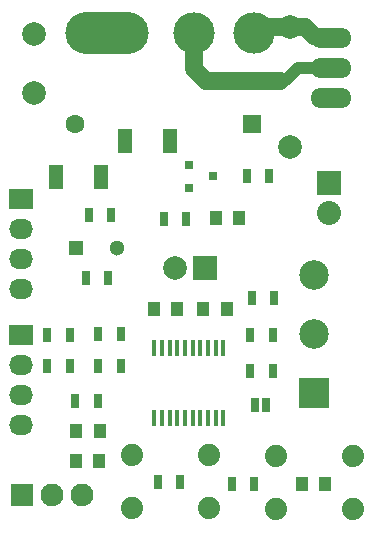
<source format=gbs>
G04 #@! TF.FileFunction,Soldermask,Bot*
%FSLAX46Y46*%
G04 Gerber Fmt 4.6, Leading zero omitted, Abs format (unit mm)*
G04 Created by KiCad (PCBNEW 4.0.2+e4-6225~38~ubuntu16.04.1-stable) date Tue 21 Jun 2016 12:08:32 PM HKT*
%MOMM*%
G01*
G04 APERTURE LIST*
%ADD10C,0.100000*%
%ADD11C,1.500000*%
%ADD12C,1.000000*%
%ADD13C,3.500120*%
%ADD14C,1.879600*%
%ADD15R,1.000000X1.250000*%
%ADD16R,1.600000X1.600000*%
%ADD17C,1.600000*%
%ADD18C,1.300000*%
%ADD19R,1.300000X1.300000*%
%ADD20R,2.000000X2.000000*%
%ADD21C,2.000000*%
%ADD22R,1.250000X2.000000*%
%ADD23R,0.450000X1.450000*%
%ADD24R,2.032000X1.727200*%
%ADD25O,2.032000X1.727200*%
%ADD26R,0.635000X1.270000*%
%ADD27R,1.930400X1.930400*%
%ADD28C,1.930400*%
%ADD29R,0.800100X0.800100*%
%ADD30R,0.700000X1.300000*%
%ADD31C,1.998980*%
%ADD32C,2.500000*%
%ADD33R,2.500000X2.500000*%
%ADD34O,3.500120X1.699260*%
%ADD35R,2.032000X2.032000*%
%ADD36O,2.032000X2.032000*%
G04 APERTURE END LIST*
D10*
D11*
X26416000Y41910000D02*
X26670000Y41656000D01*
X25908000Y42418000D02*
X26416000Y41910000D01*
X24638000Y42418000D02*
X25908000Y42418000D01*
D12*
X24257000Y37973000D02*
X23495000Y37973000D01*
X25273000Y38989000D02*
X24257000Y37973000D01*
X28067000Y38989000D02*
X25273000Y38989000D01*
D11*
X10922000Y41910000D02*
X7493000Y41910000D01*
X10922000Y40894000D02*
X7366000Y40894000D01*
X10922000Y42926000D02*
X7366000Y42926000D01*
X24638000Y42418000D02*
X22860000Y42418000D01*
X17526000Y37846000D02*
X23749000Y37846000D01*
X16510000Y38862000D02*
X17526000Y37846000D01*
X16510000Y41910000D02*
X16510000Y38862000D01*
D13*
X10922000Y41910000D03*
D14*
X23418800Y6134600D03*
X29921200Y6134600D03*
X23418800Y1613400D03*
X29921200Y1613400D03*
X11226800Y6197600D03*
X17729200Y6197600D03*
X11226800Y1676400D03*
X17729200Y1676400D03*
D15*
X19288000Y18542000D03*
X17288000Y18542000D03*
X15097000Y18542000D03*
X13097000Y18542000D03*
X6518000Y8255000D03*
X8518000Y8255000D03*
D16*
X21387000Y34239200D03*
D17*
X6387000Y34239200D03*
D15*
X8493000Y5689600D03*
X6493000Y5689600D03*
X18329000Y26263600D03*
X20329000Y26263600D03*
D18*
X10002000Y23749000D03*
D19*
X6502000Y23749000D03*
D15*
X25619000Y3785000D03*
X27619000Y3785000D03*
D20*
X17450000Y22072600D03*
D21*
X14910000Y22072600D03*
D22*
X4856000Y29718000D03*
X8606000Y29718000D03*
X10698000Y32766000D03*
X14448000Y32766000D03*
D23*
X13128000Y15243600D03*
X13778000Y15243600D03*
X14428000Y15243600D03*
X15078000Y15243600D03*
X15728000Y15243600D03*
X16378000Y15243600D03*
X17028000Y15243600D03*
X17678000Y15243600D03*
X18328000Y15243600D03*
X18978000Y15243600D03*
X18978000Y9343600D03*
X18328000Y9343600D03*
X17678000Y9343600D03*
X17028000Y9343600D03*
X16378000Y9343600D03*
X15728000Y9343600D03*
X15078000Y9343600D03*
X14428000Y9343600D03*
X13778000Y9343600D03*
X13128000Y9343600D03*
D24*
X1854000Y27838400D03*
D25*
X1854000Y25298400D03*
X1854000Y22758400D03*
X1854000Y20218400D03*
D26*
X21673000Y10464800D03*
X22573000Y10464800D03*
D24*
X1842000Y16383000D03*
D25*
X1842000Y13843000D03*
X1842000Y11303000D03*
X1842000Y8763000D03*
D13*
X16510000Y41910000D03*
X21590000Y41910000D03*
X7366000Y41910000D03*
D27*
X1905000Y2794000D03*
D28*
X4445000Y2794000D03*
X6985000Y2794000D03*
D29*
X16093240Y28844200D03*
X16093240Y30744200D03*
X18092220Y29794200D03*
D30*
X21250000Y16332200D03*
X23150000Y16332200D03*
X21402000Y19532600D03*
X23302000Y19532600D03*
X21250000Y13284200D03*
X23150000Y13284200D03*
X5966000Y13716000D03*
X4066000Y13716000D03*
X8341000Y10744200D03*
X6441000Y10744200D03*
X5966000Y16383000D03*
X4066000Y16383000D03*
X7356000Y21158200D03*
X9256000Y21158200D03*
X10284000Y16446500D03*
X8384000Y16446500D03*
X8384000Y13779500D03*
X10284000Y13779500D03*
X15834000Y26212800D03*
X13934000Y26212800D03*
X7584000Y26517600D03*
X9484000Y26517600D03*
D31*
X2946000Y41818560D03*
X2946000Y36817300D03*
D30*
X15326000Y3937000D03*
X13426000Y3937000D03*
X20970000Y29794200D03*
X22870000Y29794200D03*
X19675000Y3785000D03*
X21575000Y3785000D03*
D32*
X26619000Y21430000D03*
D33*
X26619000Y11430000D03*
D32*
X26619000Y16430000D03*
D34*
X28067000Y38989000D03*
X28067000Y41529000D03*
X28067000Y36449000D03*
D35*
X27940000Y29210000D03*
D36*
X27940000Y26670000D03*
D31*
X24638000Y42418000D03*
X24638000Y32258000D03*
M02*

</source>
